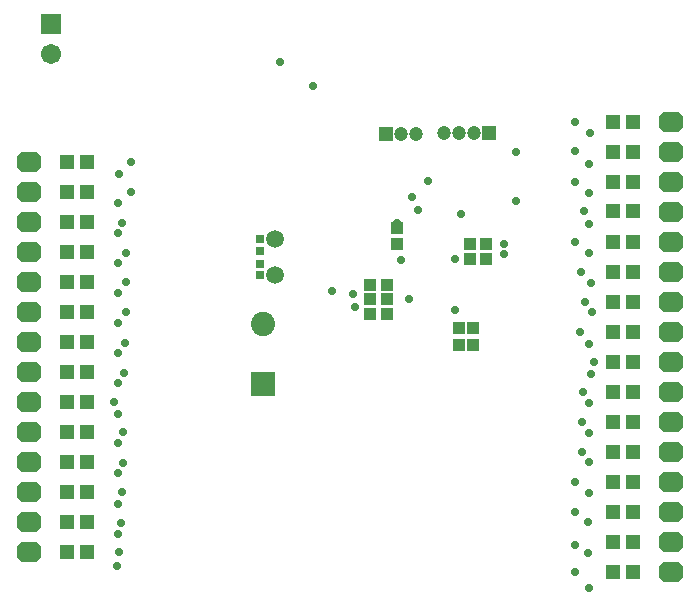
<source format=gbs>
G04*
G04 #@! TF.GenerationSoftware,Altium Limited,Altium Designer,22.3.1 (43)*
G04*
G04 Layer_Color=16711935*
%FSLAX25Y25*%
%MOIN*%
G70*
G04*
G04 #@! TF.SameCoordinates,37EF6849-63C4-43C5-BECF-61DC3FF8894A*
G04*
G04*
G04 #@! TF.FilePolarity,Negative*
G04*
G01*
G75*
%ADD32R,0.04737X0.05131*%
%ADD37R,0.04737X0.04737*%
%ADD38C,0.04737*%
%ADD39C,0.05918*%
%ADD40C,0.08083*%
%ADD41R,0.08083X0.08083*%
G04:AMPARAMS|DCode=42|XSize=83mil|YSize=68mil|CornerRadius=0mil|HoleSize=0mil|Usage=FLASHONLY|Rotation=180.000|XOffset=0mil|YOffset=0mil|HoleType=Round|Shape=Octagon|*
%AMOCTAGOND42*
4,1,8,-0.04150,0.01700,-0.04150,-0.01700,-0.02450,-0.03400,0.02450,-0.03400,0.04150,-0.01700,0.04150,0.01700,0.02450,0.03400,-0.02450,0.03400,-0.04150,0.01700,0.0*
%
%ADD42OCTAGOND42*%

%ADD43R,0.06706X0.06706*%
%ADD44C,0.06706*%
%ADD45C,0.02800*%
%ADD74R,0.03950X0.04343*%
%ADD75R,0.04343X0.03950*%
%ADD76R,0.02769X0.03162*%
D32*
X22713Y184700D02*
D03*
X29406D02*
D03*
X22713Y174700D02*
D03*
X29406D02*
D03*
X22713Y164700D02*
D03*
X29406D02*
D03*
X22713Y154700D02*
D03*
X29406D02*
D03*
X22713Y144700D02*
D03*
X29406D02*
D03*
X22713Y134700D02*
D03*
X29406D02*
D03*
X22713Y124700D02*
D03*
X29406D02*
D03*
X22713Y114700D02*
D03*
X29406D02*
D03*
X22713Y104700D02*
D03*
X29406D02*
D03*
X22713Y94700D02*
D03*
X29406D02*
D03*
X22713Y84700D02*
D03*
X29406D02*
D03*
X22713Y74700D02*
D03*
X29406D02*
D03*
X22713Y64700D02*
D03*
X29406D02*
D03*
X22713Y54700D02*
D03*
X29406D02*
D03*
X211446Y198200D02*
D03*
X204753D02*
D03*
X211446Y188100D02*
D03*
X204753D02*
D03*
X211446Y178100D02*
D03*
X204753D02*
D03*
X211446Y168300D02*
D03*
X204753D02*
D03*
X211446Y158200D02*
D03*
X204753D02*
D03*
X211446Y148200D02*
D03*
X204753D02*
D03*
X211446Y138200D02*
D03*
X204753D02*
D03*
X211446Y128100D02*
D03*
X204753D02*
D03*
X211446Y118100D02*
D03*
X204753D02*
D03*
X211446Y108200D02*
D03*
X204753D02*
D03*
X211446Y98200D02*
D03*
X204753D02*
D03*
X211446Y88200D02*
D03*
X204753D02*
D03*
X211446Y78200D02*
D03*
X204753D02*
D03*
X211446Y68200D02*
D03*
X204753D02*
D03*
X211446Y58200D02*
D03*
X204753D02*
D03*
X211446Y48200D02*
D03*
X204753D02*
D03*
D37*
X128976Y194170D02*
D03*
X163347Y194488D02*
D03*
D38*
X133976Y194170D02*
D03*
X138976D02*
D03*
X148346Y194488D02*
D03*
X153347D02*
D03*
X158346D02*
D03*
D39*
X92042Y159165D02*
D03*
Y146960D02*
D03*
D40*
X88098Y130862D02*
D03*
D41*
Y110862D02*
D03*
D42*
X10100Y184700D02*
D03*
Y174700D02*
D03*
Y164700D02*
D03*
Y154700D02*
D03*
Y144700D02*
D03*
Y134700D02*
D03*
Y124700D02*
D03*
Y114700D02*
D03*
Y104700D02*
D03*
Y94700D02*
D03*
Y84700D02*
D03*
Y74700D02*
D03*
Y64700D02*
D03*
Y54700D02*
D03*
X223900Y198200D02*
D03*
Y188200D02*
D03*
Y178200D02*
D03*
Y168200D02*
D03*
Y158200D02*
D03*
Y148200D02*
D03*
Y138200D02*
D03*
Y128200D02*
D03*
Y118200D02*
D03*
Y108200D02*
D03*
Y98200D02*
D03*
Y88200D02*
D03*
Y78200D02*
D03*
Y68200D02*
D03*
Y58200D02*
D03*
Y48200D02*
D03*
D43*
X17300Y230800D02*
D03*
D44*
Y220800D02*
D03*
D45*
X172244Y187992D02*
D03*
X172441Y171628D02*
D03*
X142913Y178347D02*
D03*
X154033Y167326D02*
D03*
X132874Y164567D02*
D03*
X139810Y168701D02*
D03*
X137598Y173031D02*
D03*
X118778Y136341D02*
D03*
X152042Y152562D02*
D03*
X134098Y152162D02*
D03*
X151942Y135362D02*
D03*
X111198Y141662D02*
D03*
X118013Y140852D02*
D03*
X136742Y139062D02*
D03*
X168307Y157480D02*
D03*
Y154134D02*
D03*
X40748Y64567D02*
D03*
X41535Y84449D02*
D03*
X39567Y81132D02*
D03*
X42323Y154528D02*
D03*
Y144882D02*
D03*
Y134646D02*
D03*
X41929Y124409D02*
D03*
X41732Y114567D02*
D03*
X41535Y94685D02*
D03*
X40945Y74606D02*
D03*
X192216Y158200D02*
D03*
X195086Y168497D02*
D03*
X196653Y164173D02*
D03*
X192216Y178200D02*
D03*
X193898Y148228D02*
D03*
X197244Y144291D02*
D03*
X193590Y128200D02*
D03*
X196457Y54528D02*
D03*
X192126Y48031D02*
D03*
X196653Y42650D02*
D03*
X192216Y78140D02*
D03*
X196457Y64631D02*
D03*
X196653Y74572D02*
D03*
Y94317D02*
D03*
X196850Y84632D02*
D03*
Y104528D02*
D03*
X197279Y114173D02*
D03*
X196653Y124213D02*
D03*
X197580Y134632D02*
D03*
X195381Y138200D02*
D03*
X196653Y154331D02*
D03*
Y174409D02*
D03*
X192216Y198200D02*
D03*
X196653Y184252D02*
D03*
X197014Y194468D02*
D03*
X194710Y108200D02*
D03*
X198435Y118200D02*
D03*
X192178Y188263D02*
D03*
X192216Y68200D02*
D03*
X194434Y88200D02*
D03*
Y98200D02*
D03*
X192199Y57211D02*
D03*
X39764Y151131D02*
D03*
X41013Y164500D02*
D03*
X43898Y174803D02*
D03*
X39961Y180905D02*
D03*
X39764Y171132D02*
D03*
X38470Y104700D02*
D03*
X43898Y184646D02*
D03*
X39567Y111024D02*
D03*
Y100787D02*
D03*
Y70669D02*
D03*
Y60827D02*
D03*
X40106Y54800D02*
D03*
X39370Y50000D02*
D03*
X39764Y160932D02*
D03*
Y141131D02*
D03*
X39567Y131131D02*
D03*
X39764Y121132D02*
D03*
X39567Y91132D02*
D03*
X104700Y210100D02*
D03*
X93700Y218000D02*
D03*
D74*
X123786Y143806D02*
D03*
X129298D02*
D03*
X123786Y134062D02*
D03*
X129298D02*
D03*
X123786Y139062D02*
D03*
X129298D02*
D03*
X162554Y152562D02*
D03*
X157042D02*
D03*
X162554Y157562D02*
D03*
X157042D02*
D03*
D75*
X153297Y123806D02*
D03*
Y129318D02*
D03*
X158042Y123806D02*
D03*
Y129318D02*
D03*
X132814Y162808D02*
D03*
Y157296D02*
D03*
D76*
X87042Y150897D02*
D03*
Y146960D02*
D03*
Y155228D02*
D03*
Y159165D02*
D03*
M02*

</source>
